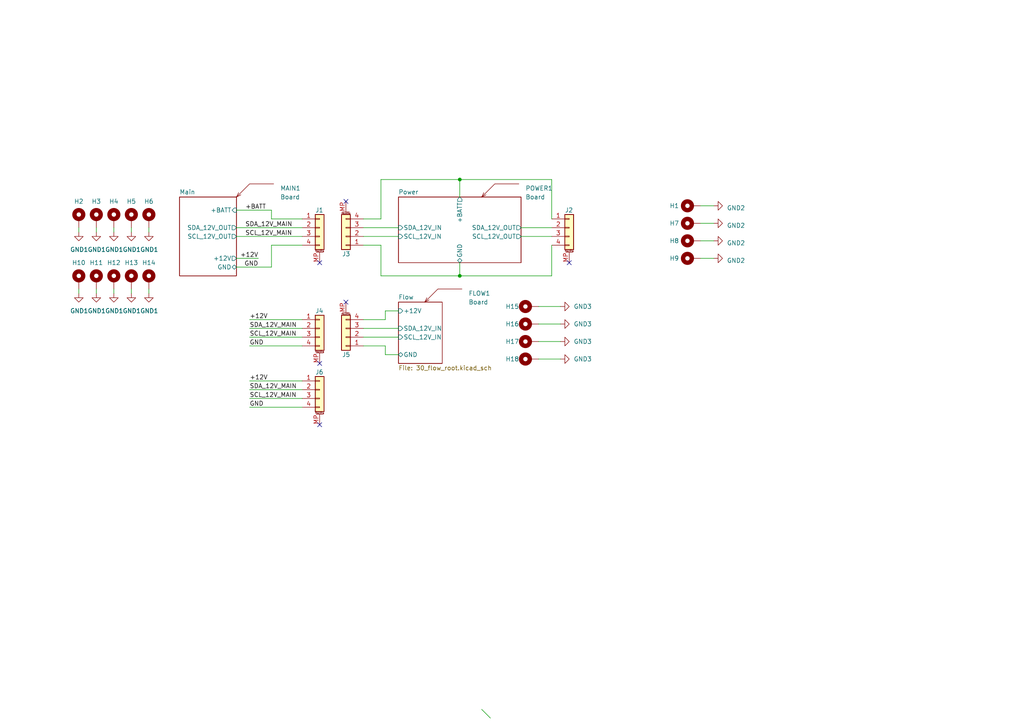
<source format=kicad_sch>
(kicad_sch (version 20230121) (generator eeschema)
  (paper "A4")
  (lib_symbols
    (symbol "Connector_Generic_MountingPin:Conn_01x04_MountingPin" (pin_names (offset 1.016) hide)
      (property "Reference" "J" (at 0 5.08 0))
      (property "Value" "Conn_01x04_MountingPin" (at 1.27 -7.62 0))
      (symbol "Conn_01x04_MountingPin_1_1"
        (rectangle (start -1.27 -4.953) (end 0 -5.207) (stroke (width 0.1524)))
        (rectangle (start -1.27 -2.413) (end 0 -2.667) (stroke (width 0.1524)))
        (rectangle (start -1.27 0.127) (end 0 -0.127) (stroke (width 0.1524)))
        (rectangle (start -1.27 2.667) (end 0 2.413) (stroke (width 0.1524)))
        (rectangle (start -1.27 3.81) (end 1.27 -6.35) (stroke (width 0.254)) (fill (type background)))
        (polyline (pts (xy -1.016 -7.112) (xy 1.016 -7.112)) (stroke (width 0.1524)))
        (text "Mounting" (at 0 -6.731 0) (effects (font (size 0.381 0.381))))
        (pin passive line (at -5.08 2.54 0) (length 3.81) (name "Pin_1") (number "1"))
        (pin passive line (at -5.08 0 0) (length 3.81) (name "Pin_2") (number "2"))
        (pin passive line (at -5.08 -2.54 0) (length 3.81) (name "Pin_3") (number "3"))
        (pin passive line (at -5.08 -5.08 0) (length 3.81) (name "Pin_4") (number "4"))
        (pin passive line (at 0 -10.16 90) (length 3.048) (name "MountPin") (number "MP"))
      )
    )
    (symbol "Mechanical:MountingHole_Pad" (pin_numbers hide) (pin_names (offset 1.016) hide)
      (property "Reference" "H" (at 0 6.35 0))
      (property "Value" "MountingHole_Pad" (at 0 4.445 0))
      (symbol "MountingHole_Pad_0_1"
        (circle (center 0 1.27) (radius 1.27) (stroke (width 1.27)))
      )
      (symbol "MountingHole_Pad_1_1"
        (pin input line (at 0 -2.54 90) (length 2.54) (name "1") (number "1"))
      )
    )
    (symbol "PCM_kikit:Board" (in_bom no)
      (property "Reference" "B" (at 5.08 5.08 0))
      (property "Value" "Board" (at 5.08 2.54 0))
      (symbol "Board_0_1"
        (polyline (pts (xy 0 0) (xy 3.81 3.81) (xy 10.795 3.81)) (stroke (width 0.1524)))
        (polyline (pts (xy 0.635 1.27) (xy 0 0) (xy 1.27 0.635)) (stroke (width 0.1524)))
      )
    )
    (symbol "power:GND1" (power) (pin_names (offset 0))
      (property "Value" "GND1" (at 0 -3.81 0))
      (symbol "GND1_0_1"
        (polyline (pts (xy 0 0) (xy 0 -1.27) (xy 1.27 -1.27) (xy 0 -2.54) (xy -1.27 -1.27) (xy 0 -1.27)))
      )
      (symbol "GND1_1_1"
        (pin power_in line (at 0 0 270) (length 0) hide (name "GND1") (number "1"))
      )
    )
    (symbol "power:GND2" (power) (pin_names (offset 0))
      (property "Value" "GND2" (at 0 -3.81 0))
      (symbol "GND2_0_1"
        (polyline (pts (xy 0 0) (xy 0 -1.27) (xy 1.27 -1.27) (xy 0 -2.54) (xy -1.27 -1.27) (xy 0 -1.27)))
      )
      (symbol "GND2_1_1"
        (pin power_in line (at 0 0 270) (length 0) hide (name "GND2") (number "1"))
      )
    )
    (symbol "power:GND3" (power) (pin_names (offset 0))
      (property "Value" "GND3" (at 0 -3.81 0))
      (symbol "GND3_0_1"
        (polyline (pts (xy 0 0) (xy 0 -1.27) (xy 1.27 -1.27) (xy 0 -2.54) (xy -1.27 -1.27) (xy 0 -1.27)))
      )
      (symbol "GND3_1_1"
        (pin power_in line (at 0 0 270) (length 0) hide (name "GND3") (number "1"))
      )
    )
  )
  (junction (at 133.35 52.07))
  (junction (at 133.35 80.01))
  (no_connect (at 92.71 105.41))
  (no_connect (at 92.71 76.2))
  (no_connect (at 100.33 87.63))
  (no_connect (at 92.71 123.19))
  (no_connect (at 100.33 58.42))
  (no_connect (at 165.1 76.2))
  (bus_entry (at 139.7 205.74) (size 2.54 2.54))
  (wire (pts (xy 203.2 64.77) (xy 207.01 64.77)))
  (wire (pts (xy 203.2 59.69) (xy 207.01 59.69)))
  (wire (pts (xy 72.39 113.03) (xy 87.63 113.03)))
  (wire (pts (xy 160.02 63.5) (xy 160.02 52.07)))
  (wire (pts (xy 22.86 66.04) (xy 22.86 67.31)))
  (wire (pts (xy 38.1 83.82) (xy 38.1 85.09)))
  (wire (pts (xy 111.76 90.17) (xy 115.57 90.17)))
  (wire (pts (xy 33.02 83.82) (xy 33.02 85.09)))
  (wire (pts (xy 203.2 69.85) (xy 207.01 69.85)))
  (wire (pts (xy 105.41 63.5) (xy 110.49 63.5)))
  (wire (pts (xy 68.58 77.47) (xy 78.74 77.47)))
  (wire (pts (xy 151.13 68.58) (xy 160.02 68.58)))
  (wire (pts (xy 110.49 80.01) (xy 133.35 80.01)))
  (wire (pts (xy 72.39 97.79) (xy 87.63 97.79)))
  (wire (pts (xy 160.02 71.12) (xy 160.02 80.01)))
  (wire (pts (xy 133.35 80.01) (xy 133.35 76.2)))
  (wire (pts (xy 78.74 77.47) (xy 78.74 71.12)))
  (wire (pts (xy 38.1 66.04) (xy 38.1 67.31)))
  (wire (pts (xy 72.39 92.71) (xy 87.63 92.71)))
  (wire (pts (xy 151.13 66.04) (xy 160.02 66.04)))
  (wire (pts (xy 105.41 95.25) (xy 115.57 95.25)))
  (wire (pts (xy 160.02 80.01) (xy 133.35 80.01)))
  (wire (pts (xy 160.02 52.07) (xy 133.35 52.07)))
  (wire (pts (xy 43.18 83.82) (xy 43.18 85.09)))
  (wire (pts (xy 133.35 52.07) (xy 133.35 57.15)))
  (wire (pts (xy 111.76 100.33) (xy 105.41 100.33)))
  (wire (pts (xy 68.58 74.93) (xy 74.93 74.93)))
  (wire (pts (xy 72.39 110.49) (xy 87.63 110.49)))
  (wire (pts (xy 27.94 83.82) (xy 27.94 85.09)))
  (wire (pts (xy 105.41 97.79) (xy 115.57 97.79)))
  (wire (pts (xy 68.58 66.04) (xy 87.63 66.04)))
  (wire (pts (xy 111.76 102.87) (xy 111.76 100.33)))
  (wire (pts (xy 110.49 63.5) (xy 110.49 52.07)))
  (wire (pts (xy 111.76 92.71) (xy 111.76 90.17)))
  (wire (pts (xy 105.41 92.71) (xy 111.76 92.71)))
  (wire (pts (xy 110.49 52.07) (xy 133.35 52.07)))
  (wire (pts (xy 78.74 63.5) (xy 87.63 63.5)))
  (wire (pts (xy 156.21 88.9) (xy 162.56 88.9)))
  (wire (pts (xy 72.39 100.33) (xy 87.63 100.33)))
  (wire (pts (xy 68.58 68.58) (xy 87.63 68.58)))
  (wire (pts (xy 105.41 68.58) (xy 115.57 68.58)))
  (wire (pts (xy 33.02 66.04) (xy 33.02 67.31)))
  (wire (pts (xy 22.86 83.82) (xy 22.86 85.09)))
  (wire (pts (xy 78.74 71.12) (xy 87.63 71.12)))
  (wire (pts (xy 72.39 95.25) (xy 87.63 95.25)))
  (wire (pts (xy 78.74 60.96) (xy 78.74 63.5)))
  (wire (pts (xy 72.39 118.11) (xy 87.63 118.11)))
  (wire (pts (xy 105.41 71.12) (xy 110.49 71.12)))
  (wire (pts (xy 156.21 99.06) (xy 162.56 99.06)))
  (wire (pts (xy 105.41 66.04) (xy 115.57 66.04)))
  (wire (pts (xy 27.94 66.04) (xy 27.94 67.31)))
  (wire (pts (xy 156.21 104.14) (xy 162.56 104.14)))
  (wire (pts (xy 68.58 60.96) (xy 78.74 60.96)))
  (wire (pts (xy 203.2 74.93) (xy 207.01 74.93)))
  (wire (pts (xy 43.18 66.04) (xy 43.18 67.31)))
  (wire (pts (xy 110.49 71.12) (xy 110.49 80.01)))
  (wire (pts (xy 156.21 93.98) (xy 162.56 93.98)))
  (wire (pts (xy 115.57 102.87) (xy 111.76 102.87)))
  (wire (pts (xy 72.39 115.57) (xy 87.63 115.57)))
  (label "+12V" (at 72.39 92.71 0))
  (label "SCL_12V_MAIN" (at 72.39 115.57 0))
  (label "SDA_12V_MAIN" (at 72.39 95.25 0))
  (label "SDA_12V_MAIN" (at 71.12 66.04 0))
  (label "GND" (at 72.39 100.33 0))
  (label "+BATT" (at 71.12 60.96 0))
  (label "SCL_12V_MAIN" (at 72.39 97.79 0))
  (label "+12V" (at 72.39 110.49 0))
  (label "GND" (at 74.93 77.47 180))
  (label "SDA_12V_MAIN" (at 72.39 113.03 0))
  (label "GND" (at 72.39 118.11 0))
  (label "+12V" (at 74.93 74.93 180))
  (label "SCL_12V_MAIN" (at 71.12 68.58 0))
  (symbol (lib_id "PCM_kikit:Board") (at 68.58 57.15 0) (unit 1) (in_bom no)
    (property "Reference" "MAIN1" (at 81.28 54.61 0) (effects (justify left)))
    (property "Value" "Board" (at 81.28 57.15 0) (effects (justify left)))
    (property "Footprint" "PCM_kikit:Board" (effects hide))
  )
  (symbol (lib_id "power:GND1") (at 22.86 85.09 0) (mirror y) (unit 1)
    (property "Reference" "#PWR010" (effects hide))
    (property "Value" "GND1" (at 20.32 90.17 0) (effects (justify right)))
  )
  (symbol (lib_id "power:GND1") (at 43.18 67.31 0) (mirror y) (unit 1)
    (property "Reference" "#PWR07" (effects hide))
    (property "Value" "GND1" (at 40.64 72.39 0) (effects (justify right)))
  )
  (symbol (lib_id "power:GND2") (at 207.01 69.85 90) (unit 1)
    (property "Reference" "#PWR08" (effects hide))
    (property "Value" "GND2" (at 210.82 70.485 90) (effects (justify right)))
  )
  (symbol (lib_id "power:GND1") (at 22.86 67.31 0) (mirror y) (unit 1)
    (property "Reference" "#PWR03" (effects hide))
    (property "Value" "GND1" (at 20.32 72.39 0) (effects (justify right)))
  )
  (symbol (lib_id "PCM_kikit:Board") (at 123.19 87.63 0) (unit 1) (in_bom no)
    (property "Reference" "FLOW1" (at 135.89 85.09 0) (effects (justify left)))
    (property "Value" "Board" (at 135.89 87.63 0) (effects (justify left)))
    (property "Footprint" "PCM_kikit:Board" (effects hide))
  )
  (symbol (lib_id "power:GND1") (at 33.02 67.31 0) (mirror y) (unit 1)
    (property "Reference" "#PWR05" (effects hide))
    (property "Value" "GND1" (at 30.48 72.39 0) (effects (justify right)))
  )
  (symbol (lib_id "Mechanical:MountingHole_Pad") (at 22.86 63.5 0) (mirror y) (unit 1) (in_bom no)
    (property "Reference" "H2" (at 22.86 58.42 0))
    (property "Value" "MountingHole_Pad" (effects hide))
    (property "Footprint" "MountingHole:MountingHole_6.4mm_M6_DIN965_Pad" (effects hide))
  )
  (symbol (lib_id "power:GND2") (at 207.01 59.69 90) (unit 1)
    (property "Reference" "#PWR01" (effects hide))
    (property "Value" "GND2" (at 210.82 60.325 90) (effects (justify right)))
  )
  (symbol (lib_id "power:GND1") (at 38.1 85.09 0) (mirror y) (unit 1)
    (property "Reference" "#PWR013" (effects hide))
    (property "Value" "GND1" (at 35.56 90.17 0) (effects (justify right)))
  )
  (symbol (lib_id "Mechanical:MountingHole_Pad") (at 200.66 64.77 90) (unit 1) (in_bom no)
    (property "Reference" "H7" (at 195.58 64.77 90))
    (property "Value" "MountingHole_Pad" (effects hide))
    (property "Footprint" "MountingHole:MountingHole_3.2mm_M3_DIN965_Pad" (effects hide))
  )
  (symbol (lib_id "Mechanical:MountingHole_Pad") (at 153.67 93.98 90) (mirror x) (unit 1) (in_bom no)
    (property "Reference" "H16" (at 148.59 93.98 90))
    (property "Value" "MountingHole_Pad" (effects hide))
    (property "Footprint" "MountingHole:MountingHole_3.2mm_M3_DIN965_Pad" (effects hide))
  )
  (symbol (lib_id "power:GND2") (at 207.01 74.93 90) (unit 1)
    (property "Reference" "#PWR09" (effects hide))
    (property "Value" "GND2" (at 210.82 75.565 90) (effects (justify right)))
  )
  (symbol (lib_id "Mechanical:MountingHole_Pad") (at 27.94 81.28 0) (mirror y) (unit 1) (in_bom no)
    (property "Reference" "H11" (at 27.94 76.2 0))
    (property "Value" "MountingHole_Pad" (effects hide))
    (property "Footprint" "MountingHole:MountingHole_3.2mm_M3_DIN965_Pad" (effects hide))
  )
  (symbol (lib_id "power:GND3") (at 162.56 104.14 90) (unit 1)
    (property "Reference" "#PWR018" (effects hide))
    (property "Value" "GND3" (at 166.37 104.14 90) (effects (justify right)))
  )
  (symbol (lib_id "power:GND3") (at 162.56 99.06 90) (unit 1)
    (property "Reference" "#PWR017" (effects hide))
    (property "Value" "GND3" (at 166.37 99.06 90) (effects (justify right)))
  )
  (symbol (lib_id "Mechanical:MountingHole_Pad") (at 200.66 69.85 90) (unit 1) (in_bom no)
    (property "Reference" "H8" (at 195.58 69.85 90))
    (property "Value" "MountingHole_Pad" (effects hide))
    (property "Footprint" "MountingHole:MountingHole_3.2mm_M3_DIN965_Pad" (effects hide))
  )
  (symbol (lib_id "power:GND1") (at 38.1 67.31 0) (mirror y) (unit 1)
    (property "Reference" "#PWR06" (effects hide))
    (property "Value" "GND1" (at 35.56 72.39 0) (effects (justify right)))
  )
  (symbol (lib_id "power:GND3") (at 162.56 88.9 90) (unit 1)
    (property "Reference" "#PWR015" (effects hide))
    (property "Value" "GND3" (at 166.37 88.9 90) (effects (justify right)))
  )
  (symbol (lib_id "Mechanical:MountingHole_Pad") (at 33.02 81.28 0) (mirror y) (unit 1) (in_bom no)
    (property "Reference" "H12" (at 33.02 76.2 0))
    (property "Value" "MountingHole_Pad" (effects hide))
    (property "Footprint" "MountingHole:MountingHole_3.2mm_M3_DIN965_Pad" (effects hide))
  )
  (symbol (lib_id "power:GND1") (at 27.94 67.31 0) (mirror y) (unit 1)
    (property "Reference" "#PWR04" (effects hide))
    (property "Value" "GND1" (at 25.4 72.39 0) (effects (justify right)))
  )
  (symbol (lib_id "Connector_Generic_MountingPin:Conn_01x04_MountingPin") (at 100.33 97.79 180) (unit 1)
    (property "Reference" "J5" (at 101.6 102.87 0) (effects (justify left)))
    (property "Value" "Conn_01x04_MountingPin" (effects hide))
    (property "Footprint" "Connector_JST:JST_XH_B4B-XH-AM_1x04_P2.50mm_Vertical" (effects hide))
    (property "Datasheet" "https://www.jst-mfg.com/product/pdf/eng/eXH.pdf" (effects hide))
    (property "DigiKey PN" "455-2237-ND" (effects hide))
    (property "MPN" "B4B-XH-AM(LF)(SN)" (effects hide))
    (property "Manufacturer" "JST Sales America Inc." (effects hide))
  )
  (symbol (lib_id "Mechanical:MountingHole_Pad") (at 200.66 74.93 90) (unit 1) (in_bom no)
    (property "Reference" "H9" (at 195.58 74.93 90))
    (property "Value" "MountingHole_Pad" (effects hide))
    (property "Footprint" "MountingHole:MountingHole_3.2mm_M3_DIN965_Pad" (effects hide))
  )
  (symbol (lib_id "Mechanical:MountingHole_Pad") (at 43.18 81.28 0) (mirror y) (unit 1) (in_bom no)
    (property "Reference" "H14" (at 43.18 76.2 0))
    (property "Value" "MountingHole_Pad" (effects hide))
    (property "Footprint" "MountingHole:MountingHole_3.2mm_M3_DIN965_Pad" (effects hide))
  )
  (symbol (lib_id "Connector_Generic_MountingPin:Conn_01x04_MountingPin") (at 92.71 66.04 0) (unit 1)
    (property "Reference" "J1" (at 91.44 60.96 0) (effects (justify left)))
    (property "Value" "Conn_01x04_MountingPin" (effects hide))
    (property "Footprint" "Connector_JST:JST_XH_B4B-XH-AM_1x04_P2.50mm_Vertical" (effects hide))
    (property "Datasheet" "https://www.jst-mfg.com/product/pdf/eng/eXH.pdf" (effects hide))
    (property "DigiKey PN" "455-2237-ND" (effects hide))
    (property "MPN" "B4B-XH-AM(LF)(SN)" (effects hide))
    (property "Manufacturer" "JST Sales America Inc." (effects hide))
  )
  (symbol (lib_id "Mechanical:MountingHole_Pad") (at 153.67 88.9 90) (mirror x) (unit 1) (in_bom no)
    (property "Reference" "H15" (at 148.59 88.9 90))
    (property "Value" "MountingHole_Pad" (effects hide))
    (property "Footprint" "MountingHole:MountingHole_3.2mm_M3_DIN965_Pad" (effects hide))
  )
  (symbol (lib_id "power:GND2") (at 207.01 64.77 90) (unit 1)
    (property "Reference" "#PWR02" (effects hide))
    (property "Value" "GND2" (at 210.82 65.405 90) (effects (justify right)))
  )
  (symbol (lib_id "power:GND1") (at 27.94 85.09 0) (mirror y) (unit 1)
    (property "Reference" "#PWR011" (effects hide))
    (property "Value" "GND1" (at 25.4 90.17 0) (effects (justify right)))
  )
  (symbol (lib_id "Mechanical:MountingHole_Pad") (at 43.18 63.5 0) (mirror y) (unit 1) (in_bom no)
    (property "Reference" "H6" (at 43.18 58.42 0))
    (property "Value" "MountingHole_Pad" (effects hide))
    (property "Footprint" "MountingHole:MountingHole_6.4mm_M6_DIN965_Pad" (effects hide))
  )
  (symbol (lib_id "Mechanical:MountingHole_Pad") (at 22.86 81.28 0) (mirror y) (unit 1) (in_bom no)
    (property "Reference" "H10" (at 22.86 76.2 0))
    (property "Value" "MountingHole_Pad" (effects hide))
    (property "Footprint" "MountingHole:MountingHole_3.2mm_M3_DIN965_Pad" (effects hide))
  )
  (symbol (lib_id "Mechanical:MountingHole_Pad") (at 153.67 104.14 90) (mirror x) (unit 1) (in_bom no)
    (property "Reference" "H18" (at 148.59 104.14 90))
    (property "Value" "MountingHole_Pad" (effects hide))
    (property "Footprint" "MountingHole:MountingHole_3.2mm_M3_DIN965_Pad" (effects hide))
  )
  (symbol (lib_id "Connector_Generic_MountingPin:Conn_01x04_MountingPin") (at 100.33 68.58 180) (unit 1)
    (property "Reference" "J3" (at 101.6 73.66 0) (effects (justify left)))
    (property "Value" "Conn_01x04_MountingPin" (effects hide))
    (property "Footprint" "Connector_JST:JST_XH_B4B-XH-AM_1x04_P2.50mm_Vertical" (effects hide))
    (property "Datasheet" "https://www.jst-mfg.com/product/pdf/eng/eXH.pdf" (effects hide))
    (property "DigiKey PN" "455-2237-ND" (effects hide))
    (property "MPN" "B4B-XH-AM(LF)(SN)" (effects hide))
    (property "Manufacturer" "JST Sales America Inc." (effects hide))
  )
  (symbol (lib_id "power:GND1") (at 43.18 85.09 0) (mirror y) (unit 1)
    (property "Reference" "#PWR014" (effects hide))
    (property "Value" "GND1" (at 40.64 90.17 0) (effects (justify right)))
  )
  (symbol (lib_id "Mechanical:MountingHole_Pad") (at 27.94 63.5 0) (mirror y) (unit 1) (in_bom no)
    (property "Reference" "H3" (at 27.94 58.42 0))
    (property "Value" "MountingHole_Pad" (effects hide))
    (property "Footprint" "MountingHole:MountingHole_6.4mm_M6_DIN965_Pad" (effects hide))
  )
  (symbol (lib_id "Connector_Generic_MountingPin:Conn_01x04_MountingPin") (at 165.1 66.04 0) (unit 1)
    (property "Reference" "J2" (at 163.83 60.96 0) (effects (justify left)))
    (property "Value" "Conn_01x04_MountingPin" (effects hide))
    (property "Footprint" "Connector_JST:JST_XH_B4B-XH-AM_1x04_P2.50mm_Vertical" (effects hide))
    (property "Datasheet" "https://www.jst-mfg.com/product/pdf/eng/eXH.pdf" (effects hide))
    (property "DigiKey PN" "455-2237-ND" (effects hide))
    (property "MPN" "B4B-XH-AM(LF)(SN)" (effects hide))
    (property "Manufacturer" "JST Sales America Inc." (effects hide))
  )
  (symbol (lib_id "PCM_kikit:Board") (at 139.7 57.15 0) (unit 1) (in_bom no)
    (property "Reference" "POWER1" (at 152.4 54.61 0) (effects (justify left)))
    (property "Value" "Board" (at 152.4 57.15 0) (effects (justify left)))
    (property "Footprint" "PCM_kikit:Board" (effects hide))
  )
  (symbol (lib_id "Connector_Generic_MountingPin:Conn_01x04_MountingPin") (at 92.71 95.25 0) (unit 1)
    (property "Reference" "J4" (at 91.44 90.17 0) (effects (justify left)))
    (property "Value" "Conn_01x04_MountingPin" (effects hide))
    (property "Footprint" "Connector_JST:JST_XH_B4B-XH-AM_1x04_P2.50mm_Vertical" (effects hide))
    (property "Datasheet" "https://www.jst-mfg.com/product/pdf/eng/eXH.pdf" (effects hide))
    (property "DigiKey PN" "455-2237-ND" (effects hide))
    (property "MPN" "B4B-XH-AM(LF)(SN)" (effects hide))
    (property "Manufacturer" "JST Sales America Inc." (effects hide))
  )
  (symbol (lib_id "Mechanical:MountingHole_Pad") (at 200.66 59.69 90) (unit 1) (in_bom no)
    (property "Reference" "H1" (at 195.58 59.69 90))
    (property "Value" "MountingHole_Pad" (effects hide))
    (property "Footprint" "MountingHole:MountingHole_3.2mm_M3_DIN965_Pad" (effects hide))
  )
  (symbol (lib_id "Mechanical:MountingHole_Pad") (at 33.02 63.5 0) (mirror y) (unit 1) (in_bom no)
    (property "Reference" "H4" (at 33.02 58.42 0))
    (property "Value" "MountingHole_Pad" (effects hide))
    (property "Footprint" "MountingHole:MountingHole_6.4mm_M6_DIN965_Pad" (effects hide))
  )
  (symbol (lib_id "Connector_Generic_MountingPin:Conn_01x04_MountingPin") (at 92.71 113.03 0) (unit 1)
    (property "Reference" "J6" (at 91.44 107.95 0) (effects (justify left)))
    (property "Value" "Conn_01x04_MountingPin" (effects hide))
    (property "Footprint" "Connector_JST:JST_XH_B4B-XH-AM_1x04_P2.50mm_Vertical" (effects hide))
    (property "Datasheet" "https://www.jst-mfg.com/product/pdf/eng/eXH.pdf" (effects hide))
    (property "DigiKey PN" "455-2237-ND" (effects hide))
    (property "MPN" "B4B-XH-AM(LF)(SN)" (effects hide))
    (property "Manufacturer" "JST Sales America Inc." (effects hide))
  )
  (symbol (lib_id "Mechanical:MountingHole_Pad") (at 38.1 81.28 0) (mirror y) (unit 1) (in_bom no)
    (property "Reference" "H13" (at 38.1 76.2 0))
    (property "Value" "MountingHole_Pad" (effects hide))
    (property "Footprint" "MountingHole:MountingHole_3.2mm_M3_DIN965_Pad" (effects hide))
  )
  (symbol (lib_id "Mechanical:MountingHole_Pad") (at 153.67 99.06 90) (mirror x) (unit 1) (in_bom no)
    (property "Reference" "H17" (at 148.59 99.06 90))
    (property "Value" "MountingHole_Pad" (effects hide))
    (property "Footprint" "MountingHole:MountingHole_3.2mm_M3_DIN965_Pad" (effects hide))
  )
  (symbol (lib_id "power:GND3") (at 162.56 93.98 90) (unit 1)
    (property "Reference" "#PWR016" (effects hide))
    (property "Value" "GND3" (at 166.37 93.98 90) (effects (justify right)))
  )
  (symbol (lib_id "power:GND1") (at 33.02 85.09 0) (mirror y) (unit 1)
    (property "Reference" "#PWR012" (effects hide))
    (property "Value" "GND1" (at 30.48 90.17 0) (effects (justify right)))
  )
  (symbol (lib_id "Mechanical:MountingHole_Pad") (at 38.1 63.5 0) (mirror y) (unit 1) (in_bom no)
    (property "Reference" "H5" (at 38.1 58.42 0))
    (property "Value" "MountingHole_Pad" (effects hide))
    (property "Footprint" "MountingHole:MountingHole_6.4mm_M6_DIN965_Pad" (effects hide))
  )
  (sheet (at 115.57 87.63) (size 12.7 17.78) (stroke (width 0.1524))
    (property "Sheetname" "Flow" (at 115.57 86.9184 0) (effects (justify left bottom)))
    (property "Sheetfile" "30_flow_root.kicad_sch" (at 115.57 105.9946 0) (effects (justify left top)))
    (pin "+12V" input (at 115.57 90.17 180))
    (pin "SDA_12V_IN" input (at 115.57 95.25 180))
    (pin "SCL_12V_IN" input (at 115.57 97.79 180))
    (pin "GND" bidirectional (at 115.57 102.87 180))
  )
  (sheet (at 115.57 57.15) (size 35.56 19.05) (stroke (width 0.1524))
    (property "Sheetname" "Power" (at 115.57 56.4384 0) (effects (justify left bottom)))
    (property "Sheetfile" "20_power_root.kicad_sch" (effects hide))
    (pin "SDA_12V_IN" input (at 115.57 66.04 180))
    (pin "SCL_12V_IN" input (at 115.57 68.58 180))
    (pin "GND" bidirectional (at 133.35 76.2 270))
    (pin "+BATT" output (at 133.35 57.15 90))
    (pin "SDA_12V_OUT" output (at 151.13 66.04 0))
    (pin "SCL_12V_OUT" output (at 151.13 68.58 0))
  )
  (sheet (at 52.07 57.15) (size 16.51 22.86) (stroke (width 0.1524))
    (property "Sheetname" "Main" (at 52.07 56.4384 0) (effects (justify left bottom)))
    (property "Sheetfile" "10_main_root.kicad_sch" (effects hide))
    (pin "GND" bidirectional (at 68.58 77.47 0))
    (pin "SDA_12V_OUT" output (at 68.58 66.04 0))
    (pin "SCL_12V_OUT" output (at 68.58 68.58 0))
    (pin "+12V" output (at 68.58 74.93 0))
    (pin "+BATT" input (at 68.58 60.96 0))
  )
)
</source>
